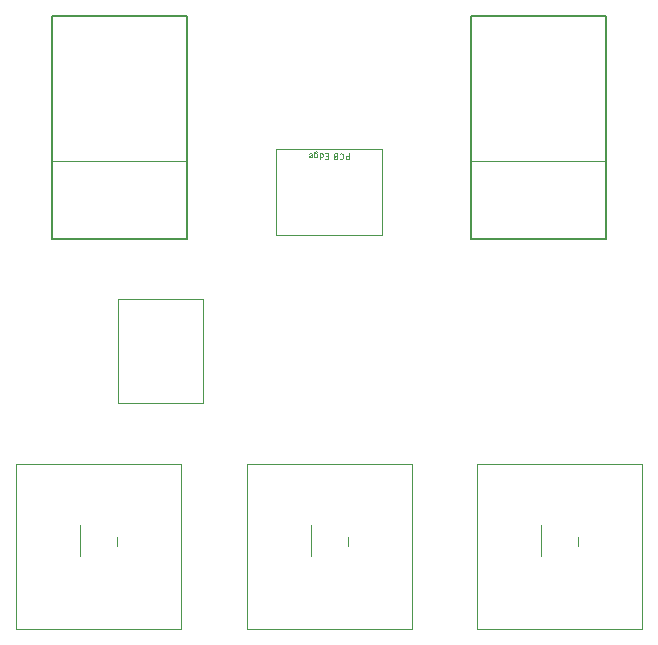
<source format=gbr>
G04 #@! TF.GenerationSoftware,KiCad,Pcbnew,(7.0.0-0)*
G04 #@! TF.CreationDate,2023-03-01T01:27:21-06:00*
G04 #@! TF.ProjectId,RP2040_minimal,52503230-3430-45f6-9d69-6e696d616c2e,REV1*
G04 #@! TF.SameCoordinates,Original*
G04 #@! TF.FileFunction,Legend,Top*
G04 #@! TF.FilePolarity,Positive*
%FSLAX46Y46*%
G04 Gerber Fmt 4.6, Leading zero omitted, Abs format (unit mm)*
G04 Created by KiCad (PCBNEW (7.0.0-0)) date 2023-03-01 01:27:21*
%MOMM*%
%LPD*%
G01*
G04 APERTURE LIST*
%ADD10C,0.100000*%
%ADD11C,0.120000*%
%ADD12C,0.210000*%
%ADD13C,0.050000*%
G04 APERTURE END LIST*
D10*
X101673809Y-96716309D02*
X101673809Y-97216309D01*
X101673809Y-97216309D02*
X101483333Y-97216309D01*
X101483333Y-97216309D02*
X101435714Y-97192500D01*
X101435714Y-97192500D02*
X101411904Y-97168690D01*
X101411904Y-97168690D02*
X101388095Y-97121071D01*
X101388095Y-97121071D02*
X101388095Y-97049642D01*
X101388095Y-97049642D02*
X101411904Y-97002023D01*
X101411904Y-97002023D02*
X101435714Y-96978214D01*
X101435714Y-96978214D02*
X101483333Y-96954404D01*
X101483333Y-96954404D02*
X101673809Y-96954404D01*
X100888095Y-96763928D02*
X100911904Y-96740119D01*
X100911904Y-96740119D02*
X100983333Y-96716309D01*
X100983333Y-96716309D02*
X101030952Y-96716309D01*
X101030952Y-96716309D02*
X101102380Y-96740119D01*
X101102380Y-96740119D02*
X101149999Y-96787738D01*
X101149999Y-96787738D02*
X101173809Y-96835357D01*
X101173809Y-96835357D02*
X101197618Y-96930595D01*
X101197618Y-96930595D02*
X101197618Y-97002023D01*
X101197618Y-97002023D02*
X101173809Y-97097261D01*
X101173809Y-97097261D02*
X101149999Y-97144880D01*
X101149999Y-97144880D02*
X101102380Y-97192500D01*
X101102380Y-97192500D02*
X101030952Y-97216309D01*
X101030952Y-97216309D02*
X100983333Y-97216309D01*
X100983333Y-97216309D02*
X100911904Y-97192500D01*
X100911904Y-97192500D02*
X100888095Y-97168690D01*
X100507142Y-96978214D02*
X100435714Y-96954404D01*
X100435714Y-96954404D02*
X100411904Y-96930595D01*
X100411904Y-96930595D02*
X100388095Y-96882976D01*
X100388095Y-96882976D02*
X100388095Y-96811547D01*
X100388095Y-96811547D02*
X100411904Y-96763928D01*
X100411904Y-96763928D02*
X100435714Y-96740119D01*
X100435714Y-96740119D02*
X100483333Y-96716309D01*
X100483333Y-96716309D02*
X100673809Y-96716309D01*
X100673809Y-96716309D02*
X100673809Y-97216309D01*
X100673809Y-97216309D02*
X100507142Y-97216309D01*
X100507142Y-97216309D02*
X100459523Y-97192500D01*
X100459523Y-97192500D02*
X100435714Y-97168690D01*
X100435714Y-97168690D02*
X100411904Y-97121071D01*
X100411904Y-97121071D02*
X100411904Y-97073452D01*
X100411904Y-97073452D02*
X100435714Y-97025833D01*
X100435714Y-97025833D02*
X100459523Y-97002023D01*
X100459523Y-97002023D02*
X100507142Y-96978214D01*
X100507142Y-96978214D02*
X100673809Y-96978214D01*
X99873809Y-96978214D02*
X99707142Y-96978214D01*
X99635714Y-96716309D02*
X99873809Y-96716309D01*
X99873809Y-96716309D02*
X99873809Y-97216309D01*
X99873809Y-97216309D02*
X99635714Y-97216309D01*
X99207142Y-96716309D02*
X99207142Y-97216309D01*
X99207142Y-96740119D02*
X99254761Y-96716309D01*
X99254761Y-96716309D02*
X99349999Y-96716309D01*
X99349999Y-96716309D02*
X99397618Y-96740119D01*
X99397618Y-96740119D02*
X99421428Y-96763928D01*
X99421428Y-96763928D02*
X99445237Y-96811547D01*
X99445237Y-96811547D02*
X99445237Y-96954404D01*
X99445237Y-96954404D02*
X99421428Y-97002023D01*
X99421428Y-97002023D02*
X99397618Y-97025833D01*
X99397618Y-97025833D02*
X99349999Y-97049642D01*
X99349999Y-97049642D02*
X99254761Y-97049642D01*
X99254761Y-97049642D02*
X99207142Y-97025833D01*
X98754761Y-97049642D02*
X98754761Y-96644880D01*
X98754761Y-96644880D02*
X98778571Y-96597261D01*
X98778571Y-96597261D02*
X98802380Y-96573452D01*
X98802380Y-96573452D02*
X98849999Y-96549642D01*
X98849999Y-96549642D02*
X98921428Y-96549642D01*
X98921428Y-96549642D02*
X98969047Y-96573452D01*
X98754761Y-96740119D02*
X98802380Y-96716309D01*
X98802380Y-96716309D02*
X98897618Y-96716309D01*
X98897618Y-96716309D02*
X98945237Y-96740119D01*
X98945237Y-96740119D02*
X98969047Y-96763928D01*
X98969047Y-96763928D02*
X98992856Y-96811547D01*
X98992856Y-96811547D02*
X98992856Y-96954404D01*
X98992856Y-96954404D02*
X98969047Y-97002023D01*
X98969047Y-97002023D02*
X98945237Y-97025833D01*
X98945237Y-97025833D02*
X98897618Y-97049642D01*
X98897618Y-97049642D02*
X98802380Y-97049642D01*
X98802380Y-97049642D02*
X98754761Y-97025833D01*
X98326190Y-96740119D02*
X98373809Y-96716309D01*
X98373809Y-96716309D02*
X98469047Y-96716309D01*
X98469047Y-96716309D02*
X98516666Y-96740119D01*
X98516666Y-96740119D02*
X98540475Y-96787738D01*
X98540475Y-96787738D02*
X98540475Y-96978214D01*
X98540475Y-96978214D02*
X98516666Y-97025833D01*
X98516666Y-97025833D02*
X98469047Y-97049642D01*
X98469047Y-97049642D02*
X98373809Y-97049642D01*
X98373809Y-97049642D02*
X98326190Y-97025833D01*
X98326190Y-97025833D02*
X98302380Y-96978214D01*
X98302380Y-96978214D02*
X98302380Y-96930595D01*
X98302380Y-96930595D02*
X98540475Y-96882976D01*
D11*
X73515000Y-123015000D02*
X87485000Y-123015000D01*
X73515000Y-136985000D02*
X73515000Y-123015000D01*
X87485000Y-123015000D02*
X87485000Y-136985000D01*
X87485000Y-136985000D02*
X73515000Y-136985000D01*
X88000000Y-97380000D02*
X76570000Y-97380000D01*
D12*
X88000000Y-104000000D02*
X76570000Y-104000000D01*
X76570000Y-104000000D02*
X76570000Y-85100000D01*
X76570000Y-85100000D02*
X88000000Y-85100000D01*
X88000000Y-85100000D02*
X88000000Y-104000000D01*
D11*
X112515000Y-123015000D02*
X126485000Y-123015000D01*
X112515000Y-136985000D02*
X112515000Y-123015000D01*
X126485000Y-123015000D02*
X126485000Y-136985000D01*
X126485000Y-136985000D02*
X112515000Y-136985000D01*
X106985000Y-136985000D02*
X93015000Y-136985000D01*
X106985000Y-123015000D02*
X106985000Y-136985000D01*
X93015000Y-136985000D02*
X93015000Y-123015000D01*
X93015000Y-123015000D02*
X106985000Y-123015000D01*
X123430000Y-97380000D02*
X112000000Y-97380000D01*
D12*
X123430000Y-104000000D02*
X112000000Y-104000000D01*
X112000000Y-104000000D02*
X112000000Y-85100000D01*
X112000000Y-85100000D02*
X123430000Y-85100000D01*
X123430000Y-85100000D02*
X123430000Y-104000000D01*
D13*
X89290000Y-109030000D02*
X89290000Y-117830000D01*
X82090000Y-109030000D02*
X89290000Y-109030000D01*
X89290000Y-117830000D02*
X82090000Y-117830000D01*
X82090000Y-117830000D02*
X82090000Y-109030000D01*
D11*
X121060000Y-130000000D02*
X121060000Y-129200000D01*
X117940000Y-130000000D02*
X117940000Y-128200000D01*
X117940000Y-130000000D02*
X117940000Y-130800000D01*
D10*
X95530000Y-103675000D02*
X104470000Y-103675000D01*
X104470000Y-103675000D02*
X104470000Y-96325000D01*
X104470000Y-96325000D02*
X95530000Y-96325000D01*
X95530000Y-96325000D02*
X95530000Y-103675000D01*
D11*
X101560000Y-130000000D02*
X101560000Y-129200000D01*
X98440000Y-130000000D02*
X98440000Y-128200000D01*
X98440000Y-130000000D02*
X98440000Y-130800000D01*
X82060000Y-130000000D02*
X82060000Y-129200000D01*
X78940000Y-130000000D02*
X78940000Y-128200000D01*
X78940000Y-130000000D02*
X78940000Y-130800000D01*
M02*

</source>
